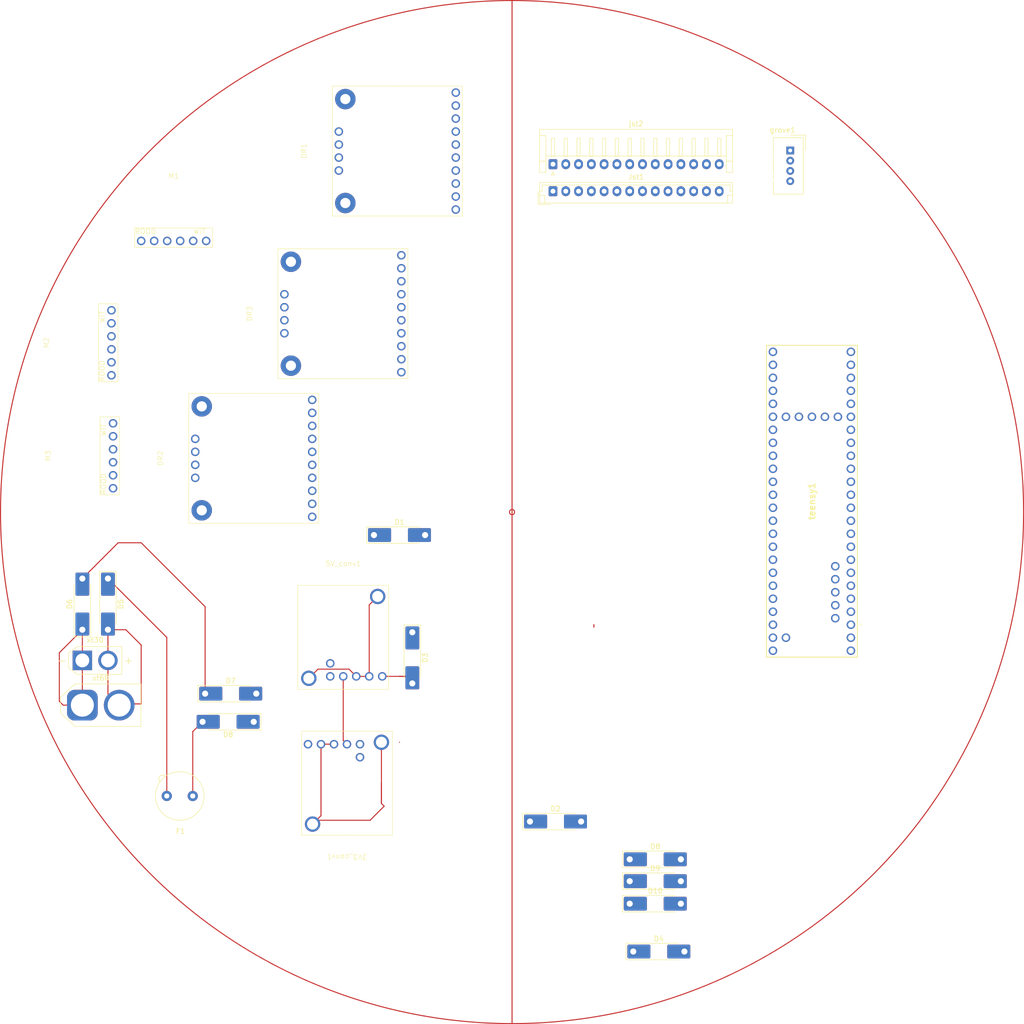
<source format=kicad_pcb>
(kicad_pcb (version 20240108) (generator "pcbnew") (generator_version "8.0")
  (layers (0 "F.Cu" signal) (31 "B.Cu" signal) (34 "B.Paste" user) (35 "F.Paste" user) (36 "B.SilkS" user "B.Silkscreen") (37 "F.SilkS" user "F.Silkscreen") (38 "B.Mask" user) (39 "F.Mask" user) (44 "Edge.Cuts" user))
  (net 0 "")
  (net 1 "Net-(3V3_conv1-VOUT)")
  (net 3 "Net-(3V3_conv1-VIN)")
  (net 5 "Net-(D1-K)")
  (net 6 "Net-(D1-A)")
  (net 7 "Net-(D10-K)")
  (net 8 "Net-(D2-A)")
  (net 9 "Net-(5V_conv1-VOUT)")
  (net 10 "Net-(D4-K)")
  (net 11 "Net-(D5-K)")
  (net 12 "Net-(D8-K)")
  (net 13 "Net-(D9-K)")
  (net 14 "Net-(D10-A)")
  (net 15 "Net-(M1-B_out)")
  (net 16 "Net-(DR1-OUT1)")
  (net 17 "Net-(DR1-OUT2)")
  (net 18 "Net-(M1-A_out)")
  (net 19 "Net-(DR2-OUT1)")
  (net 20 "Net-(DR2-OUT2)")
  (net 21 "Net-(M2-B_out)")
  (net 22 "Net-(M2-A_out)")
  (net 23 "Net-(M3-B_out)")
  (net 24 "Net-(DR3-OUT1)")
  (net 25 "Net-(DR3-OUT2)")
  (net 26 "Net-(M3-A_out)")
  (net 31 "Net-(DR3-PWM2)")
  (net 32 "Net-(DR2-ENB)")
  (net 36 "Net-(DR1-PWM1)")
  (net 37 "Net-(DR1-PWM2)")
  (net 38 "Net-(DR2-PWM1)")
  (net 48 "Net-(DR1-EN)")
  (net 54 "Net-(DR3-EN)")
  (net 59 "Net-(grove1-Pin_4)")
  (net 62 "Net-(DR3-ENB)")
  (net 63 "Net-(DR1-ENB)")
  (net 65 "Net-(DR2-PWM2)")
  (net 66 "Net-(grove1-Pin_3)")
  (net 68 "Net-(DR3-PWM1)")
  (net 69 "Net-(DR2-EN)")
  (net 71 "Net-(SW1-C)")
  (net 76 "Net-(Jst1-Pin_11)")
  (net 77 "Net-(Jst1-Pin_12)")
  (net 78 "Net-(Jst1-Pin_10)")
  (net 79 "Net-(Jst1-Pin_5)")
  (net 80 "Net-(Jst1-Pin_4)")
  (net 81 "Net-(Jst1-Pin_14)")
  (net 82 "Net-(Jst1-Pin_9)")
  (net 83 "Net-(Jst1-Pin_13)")
  (net 84 "Net-(Jst1-Pin_3)")
  (net 85 "Net-(Jst1-Pin_8)")
  (net 86 "Net-(Jst1-Pin_7)")
  (net 87 "Net-(Jst1-Pin_6)")
  (net 96 "Net-(D5-A)")
  (net 97 "Net-(D6-K)")
  (net 102 "Net-(D2-K)")
  (net 103 "Net-(D8-A)")
  (footprint "cust_footpr:pololu_4.41 Metal Gearmotor 25Dx63L mm MP 12V with 48 CPR Encoder" (layer "F.Cu") (at 121.19 117.91 90)
    (property "Reference" "M2" (at 0 -12.7 90) (layer "F.SilkS") (effects (font (thickness 0.1))))
    (property "Value" "~")
    (fp_text user "WIT" (at 3.81 -1.27 90) (layer "F.SilkS") (effects (font (thickness 0.1)) (justify left bottom)))
    (fp_text user "ROOD" (at -7.62 -1.27 90) (layer "F.SilkS") (effects (font (thickness 0.1)) (justify left bottom)))
    (pad "1" thru_hole circle (at -6.35 0 90) (size 1.665 1.665) (drill 1.11) (layers "*.Cu" "*.Mask") (net 19 "Net-(DR2-OUT1)"))
    (pad "2" thru_hole circle (at -3.81 0 90) (size 1.665 1.665) (drill 1.11) (layers "*.Cu" "*.Mask") (net 20 "Net-(DR2-OUT2)"))
    (pad "3" thru_hole circle (at -1.27 0 90) (size 1.665 1.665) (drill 1.11) (layers "*.Cu" "*.Mask") (net 7 "Net-(D10-K)"))
    (pad "4" thru_hole circle (at 1.27 0 90) (size 1.665 1.665) (drill 1.11) (layers "*.Cu" "*.Mask") (net 6 "Net-(D1-A)"))
    (pad "5" thru_hole circle (at 3.81 0 90) (size 1.665 1.665) (drill 1.11) (layers "*.Cu" "*.Mask") (net 22 "Net-(M2-A_out)"))
    (pad "6" thru_hole circle (at 6.35 0 90) (size 1.665 1.665) (drill 1.11) (layers "*.Cu" "*.Mask") (net 21 "Net-(M2-B_out)"))
  )
  (footprint "Diode_SMD:D_MELF-RM10_Universal_Handsoldering" (layer "F.Cu") (at 208 211.5)
    (property "Reference" "D2" (at 0 -2.5 0) (layer "F.SilkS"))
    (property "Value" "D")
    (pad "1" thru_hole roundrect (at -5 0) (size 4.5 2.7) (drill 1.19888 (offset 1.1 0)) (layers "*.Cu" "*.Mask") (roundrect_rratio 0.0925925926) (net 102 "Net-(D2-K)"))
    (pad "2" thru_hole roundrect (at 5 0 180) (size 4.5 2.7) (drill 1.19888 (offset 1.1 0)) (layers "*.Cu" "*.Mask") (roundrect_rratio 0.0925925926) (net 8 "Net-(D2-A)"))
  )
  (footprint "Diode_SMD:D_MELF-RM10_Universal_Handsoldering" (layer "F.Cu") (at 180 179.5 -90)
    (property "Reference" "D3" (at 0 -2.5 90) (layer "F.SilkS"))
    (property "Value" "D")
    (pad "1" thru_hole roundrect (at -5 0 270) (size 4.5 2.7) (drill 1.19888 (offset 1.1 0)) (layers "*.Cu" "*.Mask") (roundrect_rratio 0.0925925926) (net 6 "Net-(D1-A)"))
    (pad "2" thru_hole roundrect (at 5 0 90) (size 4.5 2.7) (drill 1.19888 (offset 1.1 0)) (layers "*.Cu" "*.Mask") (roundrect_rratio 0.0925925926) (net 9 "Net-(5V_conv1-VOUT)"))
  )
  (footprint "cust_footpr:TB9051FTG" (layer "F.Cu") (at 177.07 80.43 90)
    (property "Reference" "DR1" (at 0 -18.24 90) (layer "F.SilkS") (effects (font (thickness 0.1))))
    (property "Value" "~")
    (pad "0" thru_hole circle (at -10.16 -10.16 90) (size 4 4) (drill 2) (layers "*.Cu" "*.Mask") (net 7 "Net-(D10-K)"))
    (pad "0" thru_hole circle (at 10.16 -10.16 90) (size 4 4) (drill 2) (layers "*.Cu" "*.Mask") (net 7 "Net-(D10-K)"))
    (pad "1" thru_hole circle (at -3.81 -11.43 90) (size 1.665 1.665) (drill 1.11) (layers "*.Cu" "*.Mask") (net 103 "Net-(D8-A)"))
    (pad "2" thru_hole circle (at -1.27 -11.43 90) (size 1.665 1.665) (drill 1.11) (layers "*.Cu" "*.Mask") (net 7 "Net-(D10-K)"))
    (pad "3" thru_hole circle (at 1.27 -11.43 90) (size 1.665 1.665) (drill 1.11) (layers "*.Cu" "*.Mask") (net 17 "Net-(DR1-OUT2)"))
    (pad "4" thru_hole circle (at 3.81 -11.43 90) (size 1.665 1.665) (drill 1.11) (layers "*.Cu" "*.Mask") (net 16 "Net-(DR1-OUT1)"))
    (pad "5" thru_hole circle (at -11.43 11.43 90) (size 1.665 1.665) (drill 1.11) (layers "*.Cu" "*.Mask"))
    (pad "6" thru_hole circle (at -8.89 11.43 90) (size 1.665 1.665) (drill 1.11) (layers "*.Cu" "*.Mask") (net 7 "Net-(D10-K)"))
    (pad "7" thru_hole circle (at -6.35 11.43 90) (size 1.665 1.665) (drill 1.11) (layers "*.Cu" "*.Mask") (net 6 "Net-(D1-A)"))
    (pad "8" thru_hole circle (at -3.81 11.43 90) (size 1.665 1.665) (drill 1.11) (layers "*.Cu" "*.Mask"))
    (pad "9" thru_hole circle (at -1.27 11.43 90) (size 1.665 1.665) (drill 1.11) (layers "*.Cu" "*.Mask") (net 48 "Net-(DR1-EN)"))
    (pad "10" thru_hole circle (at 1.27 11.43 90) (size 1.665 1.665) (drill 1.11) (layers "*.Cu" "*.Mask") (net 63 "Net-(DR1-ENB)"))
    (pad "11" thru_hole circle (at 3.81 11.43 90) (size 1.665 1.665) (drill 1.11) (layers "*.Cu" "*.Mask") (net 37 "Net-(DR1-PWM2)"))
    (pad "12" thru_hole circle (at 6.35 11.43 90) (size 1.665 1.665) (drill 1.11) (layers "*.Cu" "*.Mask") (net 36 "Net-(DR1-PWM1)"))
    (pad "13" thru_hole circle (at 8.89 11.43 90) (size 1.665 1.665) (drill 1.11) (layers "*.Cu" "*.Mask"))
    (pad "14" thru_hole circle (at 11.43 11.43 90) (size 1.665 1.665) (drill 1.11) (layers "*.Cu" "*.Mask"))
  )
  (footprint "Diode_SMD:D_MELF-RM10_Universal_Handsoldering" (layer "F.Cu") (at 227.5 223.16)
    (property "Reference" "D9" (at 0 -2.5 0) (layer "F.SilkS"))
    (property "Value" "D")
    (pad "1" thru_hole roundrect (at -5 0) (size 4.5 2.7) (drill 1.19888 (offset 1.1 0)) (layers "*.Cu" "*.Mask") (roundrect_rratio 0.0925925926) (net 13 "Net-(D9-K)"))
    (pad "2" thru_hole roundrect (at 5 0 180) (size 4.5 2.7) (drill 1.19888 (offset 1.1 0)) (layers "*.Cu" "*.Mask") (roundrect_rratio 0.0925925926) (net 6 "Net-(D1-A)"))
  )
  (footprint "cust_footpr:pololu_4.41 Metal Gearmotor 25Dx63L mm MP 12V with 48 CPR Encoder" (layer "F.Cu") (at 133.35 98)
    (property "Reference" "M1" (at 0 -12.7 0) (layer "F.SilkS") (effects (font (thickness 0.1))))
    (property "Value" "~")
    (fp_text user "WIT" (at 3.81 -1.27 0) (layer "F.SilkS") (effects (font (thickness 0.1)) (justify left bottom)))
    (fp_text user "ROOD" (at -7.62 -1.27 0) (layer "F.SilkS") (effects (font (thickness 0.1)) (justify left bottom)))
    (pad "1" thru_hole circle (at -6.35 0) (size 1.665 1.665) (drill 1.11) (layers "*.Cu" "*.Mask") (net 16 "Net-(DR1-OUT1)"))
    (pad "2" thru_hole circle (at -3.81 0) (size 1.665 1.665) (drill 1.11) (layers "*.Cu" "*.Mask") (net 17 "Net-(DR1-OUT2)"))
    (pad "3" thru_hole circle (at -1.27 0) (size 1.665 1.665) (drill 1.11) (layers "*.Cu" "*.Mask") (net 7 "Net-(D10-K)"))
    (pad "4" thru_hole circle (at 1.27 0) (size 1.665 1.665) (drill 1.11) (layers "*.Cu" "*.Mask") (net 6 "Net-(D1-A)"))
    (pad "5" thru_hole circle (at 3.81 0) (size 1.665 1.665) (drill 1.11) (layers "*.Cu" "*.Mask") (net 18 "Net-(M1-A_out)"))
    (pad "6" thru_hole circle (at 6.35 0) (size 1.665 1.665) (drill 1.11) (layers "*.Cu" "*.Mask") (net 15 "Net-(M1-B_out)"))
  )
  (footprint "Connector_AMASS:AMASS_XT60-F_1x02_P7.20mm_Vertical" (layer "F.Cu") (at 115.5 188.75)
    (property "Reference" "xt60" (at 3.6 -5.3 180) (layer "F.SilkS"))
    (property "Value" "Battery")
    (pad "1" thru_hole roundrect (at 0 0) (size 6 6) (drill 4.5) (layers "*.Cu" "*.Mask") (net 97 "Net-(D6-K)"))
    (pad "2" thru_hole circle (at 7.2 0) (size 6 6) (drill 4.5) (layers "*.Cu" "*.Mask") (net 96 "Net-(D5-A)"))
  )
  (footprint "Diode_SMD:D_MELF-RM10_Universal_Handsoldering" (layer "F.Cu") (at 144 192 180)
    (property "Reference" "D8" (at 0 -2.5 360) (layer "F.SilkS"))
    (property "Value" "D")
    (pad "1" thru_hole roundrect (at -5 0 180) (size 4.5 2.7) (drill 1.19888 (offset 1.1 0)) (layers "*.Cu" "*.Mask") (roundrect_rratio 0.0925925926) (net 3 "Net-(3V3_conv1-VIN)"))
    (pad "2" thru_hole roundrect (at 5 0) (size 4.5 2.7) (drill 1.19888 (offset 1.1 0)) (layers "*.Cu" "*.Mask") (roundrect_rratio 0.0925925926) (net 103 "Net-(D8-A)"))
  )
  (footprint "cust_footpr:TB9051FTG" (layer "F.Cu") (at 166.43 112.23 90)
    (property "Reference" "DR3" (at 0 -18.24 90) (layer "F.SilkS") (effects (font (thickness 0.1))))
    (property "Value" "~")
    (pad "0" thru_hole circle (at -10.16 -10.16 90) (size 4 4) (drill 2) (layers "*.Cu" "*.Mask") (net 7 "Net-(D10-K)"))
    (pad "0" thru_hole circle (at 10.16 -10.16 90) (size 4 4) (drill 2) (layers "*.Cu" "*.Mask") (net 7 "Net-(D10-K)"))
    (pad "1" thru_hole circle (at -3.81 -11.43 90) (size 1.665 1.665) (drill 1.11) (layers "*.Cu" "*.Mask") (net 103 "Net-(D8-A)"))
    (pad "2" thru_hole circle (at -1.27 -11.43 90) (size 1.665 1.665) (drill 1.11) (layers "*.Cu" "*.Mask") (net 7 "Net-(D10-K)"))
    (pad "3" thru_hole circle (at 1.27 -11.43 90) (size 1.665 1.665) (drill 1.11) (layers "*.Cu" "*.Mask") (net 25 "Net-(DR3-OUT2)"))
    (pad "4" thru_hole circle (at 3.81 -11.43 90) (size 1.665 1.665) (drill 1.11) (layers "*.Cu" "*.Mask") (net 24 "Net-(DR3-OUT1)"))
    (pad "5" thru_hole circle (at -11.43 11.43 90) (size 1.665 1.665) (drill 1.11) (layers "*.Cu" "*.Mask"))
    (pad "6" thru_hole circle (at -8.89 11.43 90) (size 1.665 1.665) (drill 1.11) (layers "*.Cu" "*.Mask") (net 7 "Net-(D10-K)"))
    (pad "7" thru_hole circle (at -6.35 11.43 90) (size 1.665 1.665) (drill 1.11) (layers "*.Cu" "*.Mask") (net 6 "Net-(D1-A)"))
    (pad "8" thru_hole circle (at -3.81 11.43 90) (size 1.665 1.665) (drill 1.11) (layers "*.Cu" "*.Mask"))
    (pad "9" thru_hole circle (at -1.27 11.43 90) (size 1.665 1.665) (drill 1.11) (layers "*.Cu" "*.Mask") (net 54 "Net-(DR3-EN)"))
    (pad "10" thru_hole circle (at 1.27 11.43 90) (size 1.665 1.665) (drill 1.11) (layers "*.Cu" "*.Mask") (net 62 "Net-(DR3-ENB)"))
    (pad "11" thru_hole circle (at 3.81 11.43 90) (size 1.665 1.665) (drill 1.11) (layers "*.Cu" "*.Mask") (net 31 "Net-(DR3-PWM2)"))
    (pad "12" thru_hole circle (at 6.35 11.43 90) (size 1.665 1.665) (drill 1.11) (layers "*.Cu" "*.Mask") (net 68 "Net-(DR3-PWM1)"))
    (pad "13" thru_hole circle (at 8.89 11.43 90) (size 1.665 1.665) (drill 1.11) (layers "*.Cu" "*.Mask"))
    (pad "14" thru_hole circle (at 11.43 11.43 90) (size 1.665 1.665) (drill 1.11) (layers "*.Cu" "*.Mask"))
  )
  (footprint "Connector_JST:JST_EH_B14B-EH-A_1x14_P2.50mm_Vertical" (layer "F.Cu") (at 207.5 88.28)
    (property "Reference" "Jst1" (at 16.25 -2.8 0) (layer "F.SilkS"))
    (property "Value" "Conn_01x14_Pin")
    (pad "1" thru_hole roundrect (at 0 0) (size 1.7 1.95) (drill 0.95) (layers "*.Cu" "*.Mask") (roundrect_rratio 0.147059) (net 5 "Net-(D1-K)"))
    (pad "2" thru_hole oval (at 2.5 0) (size 1.7 1.95) (drill 0.95) (layers "*.Cu" "*.Mask") (net 8 "Net-(D2-A)"))
    (pad "3" thru_hole oval (at 5 0) (size 1.7 1.95) (drill 0.95) (layers "*.Cu" "*.Mask") (net 84 "Net-(Jst1-Pin_3)"))
    (pad "4" thru_hole oval (at 7.5 0) (size 1.7 1.95) (drill 0.95) (layers "*.Cu" "*.Mask") (net 80 "Net-(Jst1-Pin_4)"))
    (pad "5" thru_hole oval (at 10 0) (size 1.7 1.95) (drill 0.95) (layers "*.Cu" "*.Mask") (net 79 "Net-(Jst1-Pin_5)"))
    (pad "6" thru_hole oval (at 12.5 0) (size 1.7 1.95) (drill 0.95) (layers "*.Cu" "*.Mask") (net 87 "Net-(Jst1-Pin_6)"))
    (pad "7" thru_hole oval (at 15 0) (size 1.7 1.95) (drill 0.95) (layers "*.Cu" "*.Mask") (net 86 "Net-(Jst1-Pin_7)"))
    (pad "8" thru_hole oval (at 17.5 0) (size 1.7 1.95) (drill 0.95) (layers "*.Cu" "*.Mask") (net 85 "Net-(Jst1-Pin_8)"))
    (pad "9" thru_hole oval (at 20 0) (size 1.7 1.95) (drill 0.95) (layers "*.Cu" "*.Mask") (net 82 "Net-(Jst1-Pin_9)"))
    (pad "10" thru_hole oval (at 22.5 0) (size 1.7 1.95) (drill 0.95) (layers "*.Cu" "*.Mask") (net 78 "Net-(Jst1-Pin_10)"))
    (pad "11" thru_hole oval (at 25 0) (size 1.7 1.95) (drill 0.95) (layers "*.Cu" "*.Mask") (net 76 "Net-(Jst1-Pin_11)"))
    (pad "12" thru_hole oval (at 27.5 0) (size 1.7 1.95) (drill 0.95) (layers "*.Cu" "*.Mask") (net 77 "Net-(Jst1-Pin_12)"))
    (pad "13" thru_hole oval (at 30 0) (size 1.7 1.95) (drill 0.95) (layers "*.Cu" "*.Mask") (net 83 "Net-(Jst1-Pin_13)"))
    (pad "14" thru_hole oval (at 32.5 0) (size 1.7 1.95) (drill 0.95) (layers "*.Cu" "*.Mask") (net 81 "Net-(Jst1-Pin_14)"))
  )
  (footprint "Fuse:Fuseholder_TR5_Littelfuse_No560_No460" (layer "F.Cu") (at 137.08 206.51 180)
    (property "Reference" "F1" (at 2.39 -6.89 360) (layer "F.SilkS"))
    (property "Value" "Fuse")
    (pad "1" thru_hole circle (at 0 0 180) (size 2 2) (drill 1) (layers "*.Cu" "*.Mask") (net 103 "Net-(D8-A)"))
    (pad "2" thru_hole circle (at 5.08 0.01 180) (size 2 2) (drill 1) (layers "*.Cu" "*.Mask") (net 11 "Net-(D5-K)"))
  )
  (footprint "cust_footpr:TB9051FTG" (layer "F.Cu") (at 149 140.5 90)
    (property "Reference" "DR2" (at 0 -18.24 90) (layer "F.SilkS") (effects (font (thickness 0.1))))
    (property "Value" "~")
    (pad "0" thru_hole circle (at -10.16 -10.16 90) (size 4 4) (drill 2) (layers "*.Cu" "*.Mask") (net 7 "Net-(D10-K)"))
    (pad "0" thru_hole circle (at 10.16 -10.16 90) (size 4 4) (drill 2) (layers "*.Cu" "*.Mask") (net 7 "Net-(D10-K)"))
    (pad "1" thru_hole circle (at -3.81 -11.43 90) (size 1.665 1.665) (drill 1.11) (layers "*.Cu" "*.Mask") (net 103 "Net-(D8-A)"))
    (pad "2" thru_hole circle (at -1.27 -11.43 90) (size 1.665 1.665) (drill 1.11) (layers "*.Cu" "*.Mask") (net 7 "Net-(D10-K)"))
    (pad "3" thru_hole circle (at 1.27 -11.43 90) (size 1.665 1.665) (drill 1.11) (layers "*.Cu" "*.Mask") (net 20 "Net-(DR2-OUT2)"))
    (pad "4" thru_hole circle (at 3.81 -11.43 90) (size 1.665 1.665) (drill 1.11) (layers "*.Cu" "*.Mask") (net 19 "Net-(DR2-OUT1)"))
    (pad "5" thru_hole circle (at -11.43 11.43 90) (size 1.665 1.665) (drill 1.11) (layers "*.Cu" "*.Mask"))
    (pad "6" thru_hole circle (at -8.89 11.43 90) (size 1.665 1.665) (drill 1.11) (layers "*.Cu" "*.Mask") (net 7 "Net-(D10-K)"))
    (pad "7" thru_hole circle (at -6.35 11.43 90) (size 1.665 1.665) (drill 1.11) (layers "*.Cu" "*.Mask") (net 6 "Net-(D1-A)"))
    (pad "8" thru_hole circle (at -3.81 11.43 90) (size 1.665 1.665) (drill 1.11) (layers "*.Cu" "*.Mask"))
    (pad "9" thru_hole circle (at -1.27 11.43 90) (size 1.665 1.665) (drill 1.11) (layers "*.Cu" "*.Mask") (net 69 "Net-(DR2-EN)"))
    (pad "10" thru_hole circle (at 1.27 11.43 90) (size 1.665 1.665) (drill 1.11) (layers "*.Cu" "*.Mask") (net 32 "Net-(DR2-ENB)"))
    (pad "11" thru_hole circle (at 3.81 11.43 90) (size 1.665 1.665) (drill 1.11) (layers "*.Cu" "*.Mask") (net 65 "Net-(DR2-PWM2)"))
    (pad "12" thru_hole circle (at 6.35 11.43 90) (size 1.665 1.665) (drill 1.11) (layers "*.Cu" "*.Mask") (net 38 "Net-(DR2-PWM1)"))
    (pad "13" thru_hole circle (at 8.89 11.43 90) (size 1.665 1.665) (drill 1.11) (layers "*.Cu" "*.Mask"))
    (pad "14" thru_hole circle (at 11.43 11.43 90) (size 1.665 1.665) (drill 1.11) (layers "*.Cu" "*.Mask"))
  )
  (footprint "cust_footpr:pololu_power_converter" (layer "F.Cu") (at 166.5 175.5)
    (property "Reference" "5V_conv1" (at 0 -14.43 0) (layer "F.SilkS") (effects (font (thickness 0.1))))
    (property "Value" "~")
    (pad "1" thru_hole circle (at -2.54 5.08) (size 1.665 1.665) (drill 1.11) (layers "*.Cu" "*.Mask"))
    (pad "2" thru_hole circle (at -2.54 7.62) (size 1.665 1.665) (drill 1.11) (layers "*.Cu" "*.Mask"))
    (pad "3" thru_hole circle (at 0 7.62) (size 1.665 1.665) (drill 1.11) (layers "*.Cu" "*.Mask") (net 3 "Net-(3V3_conv1-VIN)"))
    (pad "4" thru_hole circle (at -6.731 8.001) (size 3 3) (drill 2.159) (layers "*.Cu" "*.Mask") (net 102 "Net-(D2-K)"))
    (pad "4" thru_hole circle (at 2.54 7.62) (size 1.665 1.665) (drill 1.11) (layers "*.Cu" "*.Mask") (net 102 "Net-(D2-K)"))
    (pad "4" thru_hole circle (at 6.731 -8.001) (size 3 3) (drill 2.159) (layers "*.Cu" "*.Mask") (net 102 "Net-(D2-K)"))
    (pad "5" thru_hole circle (at 5.08 7.62) (size 1.665 1.665) (drill 1.11) (layers "*.Cu" "*.Mask") (net 102 "Net-(D2-K)"))
    (pad "6" thru_hole circle (at 7.62 7.62) (size 1.665 1.665) (drill 1.11) (layers "*.Cu" "*.Mask") (net 9 "Net-(5V_conv1-VOUT)"))
  )
  (footprint "cust_footpr:pololu_power_converter" (layer "F.Cu") (at 167.231 203.999 180)
    (property "Reference" "3V3_conv1" (at 0 -14.43 180) (layer "F.SilkS") (effects (font (thickness 0.1))))
    (property "Value" "~")
    (pad "1" thru_hole circle (at -2.54 5.08 180) (size 1.665 1.665) (drill 1.11) (layers "*.Cu" "*.Mask"))
    (pad "2" thru_hole circle (at -2.54 7.62 180) (size 1.665 1.665) (drill 1.11) (layers "*.Cu" "*.Mask"))
    (pad "3" thru_hole circle (at 0 7.62 180) (size 1.665 1.665) (drill 1.11) (layers "*.Cu" "*.Mask") (net 3 "Net-(3V3_conv1-VIN)"))
    (pad "4" thru_hole circle (at -6.731 8.001 180) (size 3 3) (drill 2.159) (layers "*.Cu" "*.Mask") (net 102 "Net-(D2-K)"))
    (pad "4" thru_hole circle (at 2.54 7.62 180) (size 1.665 1.665) (drill 1.11) (layers "*.Cu" "*.Mask") (net 102 "Net-(D2-K)"))
    (pad "4" thru_hole circle (at 6.731 -8.001 180) (size 3 3) (drill 2.159) (layers "*.Cu" "*.Mask") (net 102 "Net-(D2-K)"))
    (pad "5" thru_hole circle (at 5.08 7.62 180) (size 1.665 1.665) (drill 1.11) (layers "*.Cu" "*.Mask") (net 102 "Net-(D2-K)"))
    (pad "6" thru_hole circle (at 7.62 7.62 180) (size 1.665 1.665) (drill 1.11) (layers "*.Cu" "*.Mask") (net 1 "Net-(3V3_conv1-VOUT)"))
  )
  (footprint "cust_footpr:pololu_4.41 Metal Gearmotor 25Dx63L mm MP 12V with 48 CPR Encoder" (layer "F.Cu") (at 121.5 140 90)
    (property "Reference" "M3" (at 0 -12.7 90) (layer "F.SilkS") (effects (font (thickness 0.1))))
    (property "Value" "~")
    (fp_text user "ROOD" (at -7.62 -1.27 90) (layer "F.SilkS") (effects (font (thickness 0.1)) (justify left bottom)))
    (fp_text user "WIT" (at 3.81 -1.27 90) (layer "F.SilkS") (effects (font (thickness 0.1)) (justify left bottom)))
    (pad "1" thru_hole circle (at -6.35 0 90) (size 1.665 1.665) (drill 1.11) (layers "*.Cu" "*.Mask") (net 24 "Net-(DR3-OUT1)"))
    (pad "2" thru_hole circle (at -3.81 0 90) (size 1.665 1.665) (drill 1.11) (layers "*.Cu" "*.Mask") (net 25 "Net-(DR3-OUT2)"))
    (pad "3" thru_hole circle (at -1.27 0 90) (size 1.665 1.665) (drill 1.11) (layers "*.Cu" "*.Mask") (net 7 "Net-(D10-K)"))
    (pad "4" thru_hole circle (at 1.27 0 90) (size 1.665 1.665) (drill 1.11) (layers "*.Cu" "*.Mask") (net 6 "Net-(D1-A)"))
    (pad "5" thru_hole circle (at 3.81 0 90) (size 1.665 1.665) (drill 1.11) (layers "*.Cu" "*.Mask") (net 26 "Net-(M3-A_out)"))
    (pad "6" thru_hole circle (at 6.35 0 90) (size 1.665 1.665) (drill 1.11) (layers "*.Cu" "*.Mask") (net 23 "Net-(M3-B_out)"))
  )
  (footprint "Diode_SMD:D_MELF-RM10_Universal_Handsoldering" (layer "F.Cu") (at 144.5 186.5)
    (property "Reference" "D7" (at 0 -2.5 0) (layer "F.SilkS"))
    (property "Value" "D")
    (pad "1" thru_hole roundrect (at -5 0) (size 4.5 2.7) (drill 1.19888 (offset 1.1 0)) (layers "*.Cu" "*.Mask") (roundrect_rratio 0.0925925926) (net 7 "Net-(D10-K)"))
    (pad "2" thru_hole roundrect (at 5 0 180) (size 4.5 2.7) (drill 1.19888 (offset 1.1 0)) (layers "*.Cu" "*.Mask") (roundrect_rratio 0.0925925926) (net 102 "Net-(D2-K)"))
  )
  (footprint "Diode_SMD:D_MELF-RM10_Universal_Handsoldering" (layer "F.Cu") (at 227.5 227.56)
    (property "Reference" "D10" (at 0 -2.5 0) (layer "F.SilkS"))
    (property "Value" "D")
    (pad "1" thru_hole roundrect (at -5 0) (size 4.5 2.7) (drill 1.19888 (offset 1.1 0)) (layers "*.Cu" "*.Mask") (roundrect_rratio 0.0925925926) (net 7 "Net-(D10-K)"))
    (pad "2" thru_hole roundrect (at 5 0 180) (size 4.5 2.7) (drill 1.19888 (offset 1.1 0)) (layers "*.Cu" "*.Mask") (roundrect_rratio 0.0925925926) (net 14 "Net-(D10-A)"))
  )
  (footprint "Connector_JST:JST_EH_S14B-EH_1x14_P2.50mm_Horizontal" (layer "F.Cu") (at 207.5 83)
    (property "Reference" "jst2" (at 16.25 -7.9 0) (layer "F.SilkS"))
    (property "Value" "Conn_01x14_Pin")
    (pad "1" thru_hole roundrect (at 0 0) (size 1.7 1.95) (drill 0.95) (layers "*.Cu" "*.Mask") (roundrect_rratio 0.147059) (net 5 "Net-(D1-K)"))
    (pad "2" thru_hole oval (at 2.5 0) (size 1.7 1.95) (drill 0.95) (layers "*.Cu" "*.Mask") (net 8 "Net-(D2-A)"))
    (pad "3" thru_hole oval (at 5 0) (size 1.7 1.95) (drill 0.95) (layers "*.Cu" "*.Mask") (net 84 "Net-(Jst1-Pin_3)"))
    (pad "4" thru_hole oval (at 7.5 0) (size 1.7 1.95) (drill 0.95) (layers "*.Cu" "*.Mask") (net 80 "Net-(Jst1-Pin_4)"))
    (pad "5" thru_hole oval (at 10 0) (size 1.7 1.95) (drill 0.95) (layers "*.Cu" "*.Mask") (net 79 "Net-(Jst1-Pin_5)"))
    (pad "6" thru_hole oval (at 12.5 0) (size 1.7 1.95) (drill 0.95) (layers "*.Cu" "*.Mask") (net 87 "Net-(Jst1-Pin_6)"))
    (pad "7" thru_hole oval (at 15 0) (size 1.7 1.95) (drill 0.95) (layers "*.Cu" "*.Mask") (net 86 "Net-(Jst1-Pin_7)"))
    (pad "8" thru_hole oval (at 17.5 0) (size 1.7 1.95) (drill 0.95) (layers "*.Cu" "*.Mask") (net 85 "Net-(Jst1-Pin_8)"))
    (pad "9" thru_hole oval (at 20 0) (size 1.7 1.95) (drill 0.95) (layers "*.Cu" "*.Mask") (net 82 "Net-(Jst1-Pin_9)"))
    (pad "10" thru_hole oval (at 22.5 0) (size 1.7 1.95) (drill 0.95) (layers "*.Cu" "*.Mask") (net 78 "Net-(Jst1-Pin_10)"))
    (pad "11" thru_hole oval (at 25 0) (size 1.7 1.95) (drill 0.95) (layers "*.Cu" "*.Mask") (net 76 "Net-(Jst1-Pin_11)"))
    (pad "12" thru_hole oval (at 27.5 0) (size 1.7 1.95) (drill 0.95) (layers "*.Cu" "*.Mask") (net 77 "Net-(Jst1-Pin_12)"))
    (pad "13" thru_hole oval (at 30 0) (size 1.7 1.95) (drill 0.95) (layers "*.Cu" "*.Mask") (net 83 "Net-(Jst1-Pin_13)"))
    (pad "14" thru_hole oval (at 32.5 0) (size 1.7 1.95) (drill 0.95) (layers "*.Cu" "*.Mask") (net 81 "Net-(Jst1-Pin_14)"))
  )
  (footprint "Diode_SMD:D_MELF-RM10_Universal_Handsoldering" (layer "F.Cu") (at 120.5 169 -90)
    (property "Reference" "D5" (at 0 -2.5 90) (layer "F.SilkS"))
    (property "Value" "D")
    (pad "1" thru_hole roundrect (at -5 0 270) (size 4.5 2.7) (drill 1.19888 (offset 1.1 0)) (layers "*.Cu" "*.Mask") (roundrect_rratio 0.0925925926) (net 11 "Net-(D5-K)"))
    (pad "2" thru_hole roundrect (at 5 0 90) (size 4.5 2.7) (drill 1.19888 (offset 1.1 0)) (layers "*.Cu" "*.Mask") (roundrect_rratio 0.0925925926) (net 96 "Net-(D5-A)"))
  )
  (footprint "Diode_SMD:D_MELF-RM10_Universal_Handsoldering" (layer "F.Cu") (at 177.5 155.5)
    (property "Reference" "D1" (at 0 -2.5 0) (layer "F.SilkS"))
    (property "Value" "D")
    (pad "1" thru_hole roundrect (at -5 0) (size 4.5 2.7) (drill 1.19888 (offset 1.1 0)) (layers "*.Cu" "*.Mask") (roundrect_rratio 0.0925925926) (net 5 "Net-(D1-K)"))
    (pad "2" thru_hole roundrect (at 5 0 180) (size 4.5 2.7) (drill 1.19888 (offset 1.1 0)) (layers "*.Cu" "*.Mask") (roundrect_rratio 0.0925925926) (net 6 "Net-(D1-A)"))
  )
  (footprint "Diode_SMD:D_MELF-RM10_Universal_Handsoldering" (layer "F.Cu") (at 227.5 218.88)
    (property "Reference" "D8" (at 0 -2.5 0) (layer "F.SilkS"))
    (property "Value" "D")
    (pad "1" thru_hole roundrect (at -5 0) (size 4.5 2.7) (drill 1.19888 (offset 1.1 0)) (layers "*.Cu" "*.Mask") (roundrect_rratio 0.0925925926) (net 12 "Net-(D8-K)"))
    (pad "2" thru_hole roundrect (at 5 0 180) (size 4.5 2.7) (drill 1.19888 (offset 1.1 0)) (layers "*.Cu" "*.Mask") (roundrect_rratio 0.0925925926) (net 7 "Net-(D10-K)"))
  )
  (footprint "Diode_SMD:D_MELF-RM10_Universal_Handsoldering" (layer "F.Cu") (at 115.5 169 90)
    (property "Reference" "D6" (at 0 -2.5 90) (layer "F.SilkS"))
    (property "Value" "D")
    (pad "1" thru_hole roundrect (at -5 0 90) (size 4.5 2.7) (drill 1.19888 (offset 1.1 0)) (layers "*.Cu" "*.Mask") (roundrect_rratio 0.0925925926) (net 97 "Net-(D6-K)"))
    (pad "2" thru_hole roundrect (at 5 0 270) (size 4.5 2.7) (drill 1.19888 (offset 1.1 0)) (layers "*.Cu" "*.Mask") (roundrect_rratio 0.0925925926) (net 7 "Net-(D10-K)"))
  )
  (footprint "Diode_SMD:D_MELF-RM10_Universal_Handsoldering" (layer "F.Cu") (at 228.19 236.91)
    (property "Reference" "D4" (at 0 -2.5 0) (layer "F.SilkS"))
    (property "Value" "D")
    (pad "1" thru_hole roundrect (at -5 0) (size 4.5 2.7) (drill 1.19888 (offset 1.1 0)) (layers "*.Cu" "*.Mask") (roundrect_rratio 0.0925925926) (net 10 "Net-(D4-K)"))
    (pad "2" thru_hole roundrect (at 5 0 180) (size 4.5 2.7) (drill 1.19888 (offset 1.1 0)) (layers "*.Cu" "*.Mask") (roundrect_rratio 0.0925925926) (net 1 "Net-(3V3_conv1-VOUT)"))
  )
  (footprint "cust_footpr:TEENSY41" (layer "F.Cu") (at 265.74 173.02 90)
    (property "Reference" "teensy1" (at 24.13 -7.62 90) (layer "F.SilkS") (effects (font (size 1.27 1.27) (thickness 0.254))))
    (property "Value" "Teensy4.1" (hide yes))
    (pad "1" thru_hole circle (at 0 0 90) (size 1.665 1.665) (drill 1.11) (layers "*.Cu" "*.Mask"))
    (pad "2" thru_hole circle (at 2.54 0 90) (size 1.665 1.665) (drill 1.11) (layers "*.Cu" "*.Mask"))
    (pad "3" thru_hole circle (at 5.08 0 90) (size 1.665 1.665) (drill 1.11) (layers "*.Cu" "*.Mask"))
    (pad "4" thru_hole circle (at 7.62 0 90) (size 1.665 1.665) (drill 1.11) (layers "*.Cu" "*.Mask") (net 68 "Net-(DR3-PWM1)"))
    (pad "5" thru_hole circle (at 10.16 0 90) (size 1.665 1.665) (drill 1.11) (layers "*.Cu" "*.Mask") (net 31 "Net-(DR3-PWM2)"))
    (pad "6" thru_hole circle (at 12.7 0 90) (size 1.665 1.665) (drill 1.11) (layers "*.Cu" "*.Mask") (net 62 "Net-(DR3-ENB)"))
    (pad "7" thru_hole circle (at 15.24 0 90) (size 1.665 1.665) (drill 1.11) (layers "*.Cu" "*.Mask") (net 54 "Net-(DR3-EN)"))
    (pad "8" thru_hole circle (at 17.78 0 90) (size 1.665 1.665) (drill 1.11) (layers "*.Cu" "*.Mask") (net 38 "Net-(DR2-PWM1)"))
    (pad "9" thru_hole circle (at 20.32 0 90) (size 1.665 1.665) (drill 1.11) (layers "*.Cu" "*.Mask"))
    (pad "10" thru_hole circle (at 22.86 0 90) (size 1.665 1.665) (drill 1.11) (layers "*.Cu" "*.Mask"))
    (pad "11" thru_hole circle (at 25.4 0 90) (size 1.665 1.665) (drill 1.11) (layers "*.Cu" "*.Mask") (net 65 "Net-(DR2-PWM2)"))
    (pad "12" thru_hole circle (at 27.94 0 90) (size 1.665 1.665) (drill 1.11) (layers "*.Cu" "*.Mask") (net 32 "Net-(DR2-ENB)"))
    (pad "13" thru_hole circle (at 27.94 -15.24 90) (size 1.665 1.665) (drill 1.11) (layers "*.Cu" "*.Mask") (net 69 "Net-(DR2-EN)"))
    (pad "14" thru_hole circle (at 25.4 -15.24 90) (size 1.665 1.665) (drill 1.11) (layers "*.Cu" "*.Mask") (net 36 "Net-(DR1-PWM1)"))
    (pad "15" thru_hole circle (at 22.86 -15.24 90) (size 1.665 1.665) (drill 1.11) (layers "*.Cu" "*.Mask"))
    (pad "16" thru_hole circle (at 20.32 -15.24 90) (size 1.665 1.665) (drill 1.11) (layers "*.Cu" "*.Mask"))
    (pad "17" thru_hole circle (at 17.78 -15.24 90) (size 1.665 1.665) (drill 1.11) (layers "*.Cu" "*.Mask"))
    (pad "18" thru_hole circle (at 15.24 -15.24 90) (size 1.665 1.665) (drill 1.11) (layers "*.Cu" "*.Mask") (net 37 "Net-(DR1-PWM2)"))
    (pad "19" thru_hole circle (at 12.7 -15.24 90) (size 1.665 1.665) (drill 1.11) (layers "*.Cu" "*.Mask") (net 63 "Net-(DR1-ENB)"))
    (pad "20" thru_hole circle (at 10.16 -15.24 90) (size 1.665 1.665) (drill 1.11) (layers "*.Cu" "*.Mask"))
    (pad "21" thru_hole circle (at 7.62 -15.24 90) (size 1.665 1.665) (drill 1.11) (layers "*.Cu" "*.Mask"))
    (pad "22" thru_hole circle (at 5.08 -15.24 90) (size 1.665 1.665) (drill 1.11) (layers "*.Cu" "*.Mask") (net 48 "Net-(DR1-EN)"))
    (pad "23" thru_hole circle (at 2.54 -15.24 90) (size 1.665 1.665) (drill 1.11) (layers "*.Cu" "*.Mask"))
    (pad "24" thru_hole circle (at 33.02 0 90) (size 1.665 1.665) (drill 1.11) (layers "*.Cu" "*.Mask"))
    (pad "25" thru_hole circle (at 35.56 0 90) (size 1.665 1.665) (drill 1.11) (layers "*.Cu" "*.Mask") (net 15 "Net-(M1-B_out)"))
    (pad "26" thru_hole circle (at 38.1 0 90) (size 1.665 1.665) (drill 1.11) (layers "*.Cu" "*.Mask") (net 18 "Net-(M1-A_out)"))
    (pad "27" thru_hole circle (at 40.64 0 90) (size 1.665 1.665) (drill 1.11) (layers "*.Cu" "*.Mask") (net 21 "Net-(M2-B_out)"))
    (pad "28" thru_hole circle (at 43.18 0 90) (size 1.665 1.665) (drill 1.11) (layers "*.Cu" "*.Mask") (net 22 "Net-(M2-A_out)"))
    (pad "29" thru_hole circle (at 45.72 0 90) (size 1.665 1.665) (drill 1.11) (layers "*.Cu" "*.Mask") (net 23 "Net-(M3-B_out)"))
    (pad "30" thru_hole circle (at 48.26 0 90) (size 1.665 1.665) (drill 1.11) (layers "*.Cu" "*.Mask") (net 26 "Net-(M3-A_out)"))
    (pad "31" thru_hole circle (at 50.8 0 90) (size 1.665 1.665) (drill 1.11) (layers "*.Cu" "*.Mask"))
    (pad "32" thru_hole circle (at 53.34 0 90) (size 1.665 1.665) (drill 1.11) (layers "*.Cu" "*.Mask"))
    (pad "33" thru_hole circle (at 53.34 -15.24 90) (size 1.665 1.665) (drill 1.11) (layers "*.Cu" "*.Mask"))
    (pad "34" thru_hole circle (at 50.8 -15.24 90) (size 1.665 1.665) (drill 1.11) (layers "*.Cu" "*.Mask"))
    (pad "35" thru_hole circle (at 48.26 -15.24 90) (size 1.665 1.665) (drill 1.11) (layers "*.Cu" "*.Mask"))
    (pad "36" thru_hole circle (at 45.72 -15.24 90) (size 1.665 1.665) (drill 1.11) (layers "*.Cu" "*.Mask"))
    (pad "37" thru_hole circle (at 43.18 -15.24 90) (size 1.665 1.665) (drill 1.11) (layers "*.Cu" "*.Mask"))
    (pad "38" thru_hole circle (at 40.64 -15.24 90) (size 1.665 1.665) (drill 1.11) (layers "*.Cu" "*.Mask") (net 59 "Net-(grove1-Pin_4)"))
    (pad "39" thru_hole circle (at 38.1 -15.24 90) (size 1.665 1.665) (drill 1.11) (layers "*.Cu" "*.Mask") (net 66 "Net-(grove1-Pin_3)"))
    (pad "40" thru_hole circle (at 35.56 -15.24 90) (size 1.665 1.665) (drill 1.11) (layers "*.Cu" "*.Mask"))
    (pad "41" thru_hole circle (at 33.02 -15.24 90) (size 1.665 1.665) (drill 1.11) (layers "*.Cu" "*.Mask"))
    (pad "42" thru_hole circle (at 30.48 0 90) (size 1.665 1.665) (drill 1.11) (layers "*.Cu" "*.Mask"))
    (pad "43" thru_hole circle (at 40.64 -2.54 90) (size 1.665 1.665) (drill 1.11) (layers "*.Cu" "*.Mask"))
    (pad "44" thru_hole circle (at 40.64 -5.08 90) (size 1.665 1.665) (drill 1.11) (layers "*.Cu" "*.Mask") (net 71 "Net-(SW1-C)"))
    (pad "45" thru_hole circle (at 40.64 -7.62 90) (size 1.665 1.665) (drill 1.11) (layers "*.Cu" "*.Mask"))
    (pad "46" thru_hole circle (at 40.64 -10.16 90) (size 1.665 1.665) (drill 1.11) (layers "*.Cu" "*.Mask"))
    (pad "47" thru_hole circle (at 40.64 -12.7 90) (size 1.665 1.665) (drill 1.11) (layers "*.Cu" "*.Mask") (net 14 "Net-(D10-A)"))
    (pad "48" thru_hole circle (at 11.43 -3.05 90) (size 1.665 1.665) (drill 1.11) (layers "*.Cu" "*.Mask") (net 13 "Net-(D9-K)"))
    (pad "49" thru_hole circle (at 8.89 -3.05 90) (size 1.665 1.665) (drill 1.11) (layers "*.Cu" "*.Mask"))
    (pad "50" thru_hole circle (at 6.35 -3.05 90) (size 1.665 1.665) (drill 1.11) (layers "*.Cu" "*.Mask"))
    (pad "51" thru_hole circle (at 3.81 -3.05 90) (size 1.665 1.665) (drill 1.11) (layers "*.Cu" "*.Mask"))
    (pad "52" thru_hole circle (at 1.27 -3.05 90) (size 1.665 1.665) (drill 1.11) (layers "*.Cu" "*.Mask"))
    (pad "53" thru_hole circle (at 0 -15.24 90) (size 1.665 1.665) (drill 1.11) (layers "*.Cu" "*.Mask"))
    (pad "55" thru_hole circle (at -5.08 -15.24 90) (size 1.665 1.665) (drill 1.11) (layers "*.Cu" "*.Mask"))
    (pad "57" thru_hole circle (at -2.54 0 90) (size 1.665 1.665) (drill 1.11) (layers "*.Cu" "*.Mask"))
    (pad "68" thru_hole circle (at -2.54 -12.7 90) (size 1.665 1.665) (drill 1.11) (layers "*.Cu" "*.Mask"))
    (pad "69" thru_hole circle (at 30.48 -15.24 90) (size 1.665 1.665) (drill 1.11) (layers "*.Cu" "*.Mask"))
    (pad "70" thru_hole circle (at -2.54 -15.24 90) (size 1.665 1.665) (drill 1.11) (layers "*.Cu" "*.Mask"))
    (pad "71" thru_hole circle (at -5.08 0 90) (size 1.665 1.665) (drill 1.11) (layers "*.Cu" "*.Mask"))
  )
  (footprint "Connector:NS-Tech_Grove_1x04_P2mm_Vertical" (layer "F.Cu") (at 253.88 80.315)
    (property "Reference" "grove1" (at -1.5 -4 0) (layer "F.SilkS"))
    (property "Value" "Conn_01x04_Pin")
    (pad "1" thru_hole rect (at 0 0) (size 1.524 1.524) (drill 0.762) (layers "*.Cu" "*.Mask") (net 10 "Net-(D4-K)"))
    (pad "2" thru_hole circle (at 0 2) (size 1.524 1.524) (drill 0.762) (layers "*.Cu" "*.Mask") (net 7 "Net-(D10-K)"))
    (pad "3" thru_hole circle (at 0 4) (size 1.524 1.524) (drill 0.762) (layers "*.Cu" "*.Mask") (net 66 "Net-(grove1-Pin_3)"))
    (pad "4" thru_hole circle (at 0 6) (size 1.524 1.524) (drill 0.762) (layers "*.Cu" "*.Mask") (net 59 "Net-(grove1-Pin_4)"))
  )
  (footprint "Connector_AMASS:AMASS_XT30U-M_1x02_P5.0mm_Vertical" (layer "F.Cu") (at 115.5 180)
    (property "Reference" "xt30" (at 2.5 -4 0) (layer "F.SilkS"))
    (property "Value" "Battery")
    (fp_text user "-" (at -4 0 0) (layer "F.SilkS") (effects (font (size 1.5 1.5))))
    (fp_text user "+" (at 9 0 0) (layer "F.SilkS") (effects (font (size 1.5 1.5))))
    (pad "1" thru_hole rect (at 0 0) (size 3.8 3.8) (drill 2.7) (layers "*.Cu" "*.Mask") (net 97 "Net-(D6-K)"))
    (pad "2" thru_hole circle (at 5 0) (size 3.8 3.8) (drill 2.7) (layers "*.Cu" "*.Mask") (net 96 "Net-(D5-A)"))
  )
  (gr_circle (center 199.5 151) (end 299.5 151) (stroke (width 0.2)) (fill none) (layer "F.Cu"))
  (gr_circle (center 199.5 151) (end 200 151) (stroke (width 0.2)) (fill none) (layer "F.Cu"))
  (gr_line (start 199.5 51) (end 199.5 251) (stroke (width 0.2)) (layer "F.Cu"))
  (gr_line (start 215.5 173.5) (end 215.5 173) (stroke (width 0.2)) (layer "F.Cu"))
  (segment (start 166.5 195.648) (end 167.231 196.379) (width 0.2) (layer "F.Cu") (net 3))
  (segment (start 166.5 183.12) (end 166.5 195.648) (width 0.2) (layer "F.Cu") (net 3))
  (segment (start 127 157) (end 122.5 157) (width 0.2) (layer "F.Cu") (net 7))
  (segment (start 139.5 169.5) (end 127 157) (width 0.2) (layer "F.Cu") (net 7))
  (segment (start 122.5 157) (end 115.5 164) (width 0.2) (layer "F.Cu") (net 7))
  (segment (start 139.5 186.5) (end 139.5 169.5) (width 0.2) (layer "F.Cu") (net 7))
  (segment (start 174.12 183.12) (end 177.5 183.12) (width 0.2) (layer "F.Cu") (net 9))
  (segment (start 179.12 183.12) (end 179.5 183.5) (width 0.2) (layer "F.Cu") (net 9))
  (segment (start 177.5 183.12) (end 179.12 183.12) (width 0.2) (layer "F.Cu") (net 9))
  (segment (start 178.62 183.12) (end 177.5 183.12) (width 0.2) (layer "F.Cu") (net 9))
  (segment (start 180 184.5) (end 178.62 183.12) (width 0.2) (layer "F.Cu") (net 9))
  (segment (start 132 175.5) (end 120.5 164) (width 0.2) (layer "F.Cu") (net 11))
  (segment (start 132 206.5) (end 132 175.5) (width 0.2) (layer "F.Cu") (net 11))
  (segment (start 127 188.5) (end 127 177) (width 0.2) (layer "F.Cu") (net 96))
  (segment (start 122.7 188.75) (end 122.95 188.5) (width 0.2) (layer "F.Cu") (net 96))
  (segment (start 127 177) (end 124 174) (width 0.2) (layer "F.Cu") (net 96))
  (segment (start 120.5 180) (end 120.5 186.55) (width 0.2) (layer "F.Cu") (net 96))
  (segment (start 122.95 188.5) (end 127 188.5) (width 0.2) (layer "F.Cu") (net 96))
  (segment (start 120.5 186.55) (end 122.7 188.75) (width 0.2) (layer "F.Cu") (net 96))
  (segment (start 120.5 174) (end 120.5 180) (width 0.2) (layer "F.Cu") (net 96))
  (segment (start 124 174) (end 120.5 174) (width 0.2) (layer "F.Cu") (net 96))
  (segment (start 111 188) (end 111 178.5) (width 0.2) (layer "F.Cu") (net 97))
  (segment (start 115.5 188.75) (end 115.5 180) (width 0.2) (layer "F.Cu") (net 97))
  (segment (start 115.5 188.75) (end 111.75 188.75) (width 0.2) (layer "F.Cu") (net 97))
  (segment (start 115.5 180) (end 115.5 174) (width 0.2) (layer "F.Cu") (net 97))
  (segment (start 111.75 188.75) (end 111 188) (width 0.2) (layer "F.Cu") (net 97))
  (segment (start 111 178.5) (end 115.5 174) (width 0.2) (layer "F.Cu") (net 97))
  (segment (start 161.5575 181.7125) (end 167.6325 181.7125) (width 0.2) (layer "F.Cu") (net 102))
  (segment (start 174.5 208.5) (end 173.962 207.962) (width 0.2) (layer "F.Cu") (net 102))
  (segment (start 177.502 196) (end 177.5 195.998) (width 0.2) (layer "F.Cu") (net 102))
  (segment (start 167.6325 181.7125) (end 169.04 183.12) (width 0.2) (layer "F.Cu") (net 102))
  (segment (start 169.04 183.12) (end 171.58 183.12) (width 0.2) (layer "F.Cu") (net 102))
  (segment (start 159.769 183.501) (end 161.5575 181.7125) (width 0.2) (layer "F.Cu") (net 102))
  (segment (start 171.58 169.15) (end 173.231 167.499) (width 0.2) (layer "F.Cu") (net 102))
  (segment (start 171.75 211.25) (end 174.5 208.5) (width 0.2) (layer "F.Cu") (net 102))
  (segment (start 162.151 196.379) (end 162.151 210.349) (width 0.2) (layer "F.Cu") (net 102))
  (segment (start 160.5 212) (end 161.25 211.25) (width 0.2) (layer "F.Cu") (net 102))
  (segment (start 162.151 210.349) (end 160.5 212) (width 0.2) (layer "F.Cu") (net 102))
  (segment (start 171.58 183.12) (end 171.58 169.15) (width 0.2) (layer "F.Cu") (net 102))
  (segment (start 173.962 207.962) (end 173.962 204.038) (width 0.2) (layer "F.Cu") (net 102))
  (segment (start 162.151 196.379) (end 164.691 196.379) (width 0.2) (layer "F.Cu") (net 102))
  (segment (start 173.962 207.962) (end 173.962 195.998) (width 0.2) (layer "F.Cu") (net 102))
  (segment (start 161.25 211.25) (end 171.75 211.25) (width 0.2) (layer "F.Cu") (net 102))
  (segment (start 137.08 206.51) (end 137.08 193.92) (width 0.2) (layer "F.Cu") (net 103))
  (segment (start 137.08 193.92) (end 139 192) (width 0.2) (layer "F.Cu") (net 103))
)
</source>
